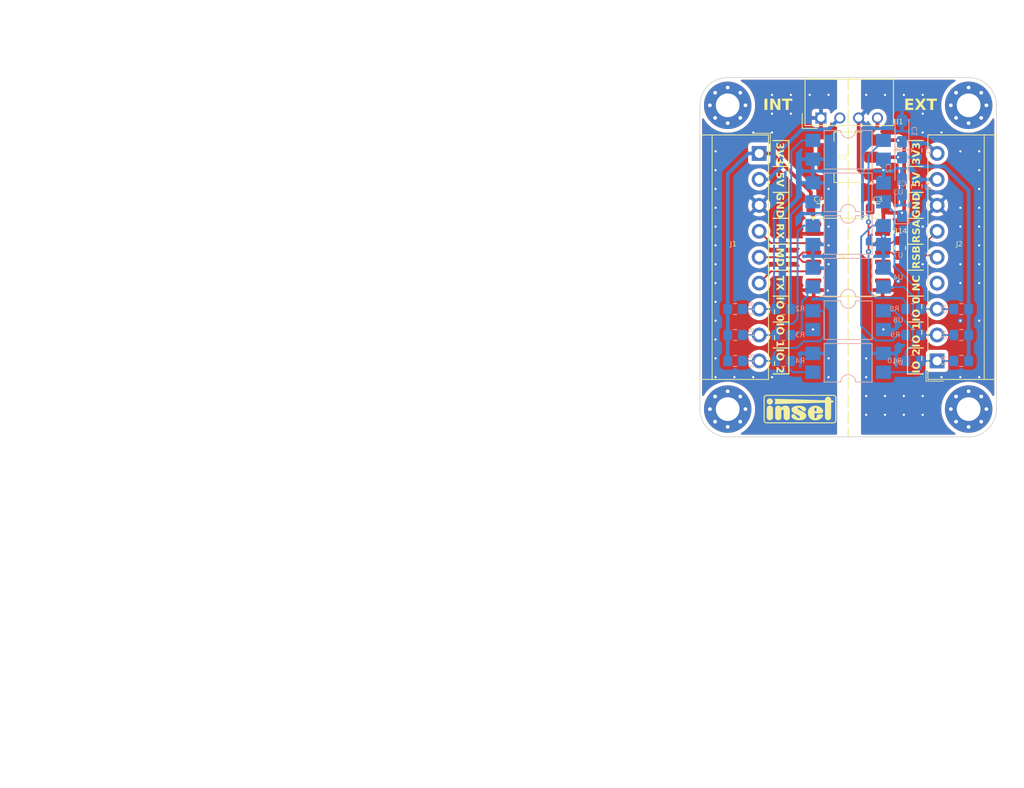
<source format=kicad_pcb>
(kicad_pcb (version 20240108) (generator "pcbnew") (generator_version "8.0")
  (title_block (title "IoTGW Galvanic Isolation") (date "2025-01-24") (rev "v2.0.0") (company "INSET.CZ") (comment 1 "Made in Czech Republic, Prague") (comment 2 "CONTACT: Savva Popov, savva.popov.sp@gmail.com, +420 605 570 366") (comment 3 "Made by bismarx-v1"))
  (layers (0 "F.Cu" signal) (1 "In1.Cu" power) (2 "In2.Cu" power) (31 "B.Cu" signal) (34 "B.Paste" user) (35 "F.Paste" user) (36 "B.SilkS" user "B.Silkscreen") (37 "F.SilkS" user "F.Silkscreen") (38 "B.Mask" user) (39 "F.Mask" user) (44 "Edge.Cuts" user))
  (net 0 "")
  (net 1 "GND")
  (net 2 "+5V")
  (net 3 "+5V_OUT")
  (net 4 "GPIO_EXT_0")
  (net 5 "5V_CONN")
  (net 42 "GPIO_EXT_1")
  (net 43 "GPIO_EXT_2")
  (net 44 "GPIO_OPTO_0")
  (net 45 "Net-(R4-Pad1)")
  (net 46 "GPIO_OPTO_1")
  (net 47 "Net-(R9-Pad1)")
  (net 48 "+3.3V_OUT")
  (net 49 "GPIO_OPTO_2")
  (net 50 "/RS-485_Z")
  (net 51 "GPIO_D")
  (net 52 "GPIO_R")
  (net 53 "/RS-485_Y")
  (net 54 "Net-(R3-Pad1)")
  (net 55 "Net-(R2-Pad1)")
  (net 56 "Net-(R10-Pad1)")
  (net 57 "Net-(R8-Pad1)")
  (net 59 "RS-485_-")
  (net 60 "RS-485_+")
  (net 61 "GND_OUT")
  (net 62 "GPIO_COMM")
  (net 63 "+3.3V")
  (net 64 "3.3V_CONN")
  (footprint "Package_TO_SOT_SMD:SOT-223-3_TabPin2" (layer "F.Cu") (at 145 100.75 180)
    (property "Reference" "U2" (at 0.75 0 180) (layer "F.SilkS") (effects (font (size 0.7 0.7) (thickness 0.7))))
    (property "Value" "NCP1117-3.3")
    (pad "1" smd roundrect (at -3.15 -2.3 180) (size 2 1.5) (layers "F.Cu" "F.Paste" "F.Mask") (net 61 "GND_OUT"))
    (pad "2" smd roundrect (at -3.15 0 180) (size 2 1.5) (layers "F.Cu" "F.Paste" "F.Mask") (net 48 "+3.3V_OUT"))
    (pad "2" smd roundrect (at 3.15 0 180) (size 2 3.8) (layers "F.Cu" "F.Paste" "F.Mask") (net 48 "+3.3V_OUT"))
    (pad "3" smd roundrect (at -3.15 2.3 180) (size 2 1.5) (layers "F.Cu" "F.Paste" "F.Mask") (net 3 "+5V_OUT"))
  )
  (footprint "IoTGW:INSET_LOGO" (layer "F.Cu") (at 138.5 134.75)
    (property "Reference" "TP1" (hide yes))
    (property "Value" "LOGO" (hide yes))
  )
  (footprint "MountingHole:MountingHole_3.2mm_M3_Pad_Via" (layer "F.Cu") (at 161.25 134.75)
    (property "Reference" "H4" (hide yes))
    (property "Value" "M3")
    (pad "1" thru_hole circle (at -2.4 0) (size 0.8 0.8) (drill 0.5) (layers "*.Cu" "*.Mask"))
    (pad "1" thru_hole circle (at -1.697056 -1.697056) (size 0.8 0.8) (drill 0.5) (layers "*.Cu" "*.Mask"))
    (pad "1" thru_hole circle (at -1.697056 1.697056) (size 0.8 0.8) (drill 0.5) (layers "*.Cu" "*.Mask"))
    (pad "1" thru_hole circle (at 0 -2.4) (size 0.8 0.8) (drill 0.5) (layers "*.Cu" "*.Mask"))
    (pad "1" thru_hole circle (at 0 0) (size 6.4 6.4) (drill 3.2) (layers "*.Cu" "*.Mask"))
    (pad "1" thru_hole circle (at 0 2.4) (size 0.8 0.8) (drill 0.5) (layers "*.Cu" "*.Mask"))
    (pad "1" thru_hole circle (at 1.697056 -1.697056) (size 0.8 0.8) (drill 0.5) (layers "*.Cu" "*.Mask"))
    (pad "1" thru_hole circle (at 1.697056 1.697056) (size 0.8 0.8) (drill 0.5) (layers "*.Cu" "*.Mask"))
    (pad "1" thru_hole circle (at 2.4 0) (size 0.8 0.8) (drill 0.5) (layers "*.Cu" "*.Mask"))
  )
  (footprint "MountingHole:MountingHole_3.2mm_M3_Pad_Via" (layer "F.Cu") (at 128.75 134.75)
    (property "Reference" "H2" (hide yes))
    (property "Value" "M3")
    (pad "1" thru_hole circle (at -2.4 0) (size 0.8 0.8) (drill 0.5) (layers "*.Cu" "*.Mask"))
    (pad "1" thru_hole circle (at -1.697056 -1.697056) (size 0.8 0.8) (drill 0.5) (layers "*.Cu" "*.Mask"))
    (pad "1" thru_hole circle (at -1.697056 1.697056) (size 0.8 0.8) (drill 0.5) (layers "*.Cu" "*.Mask"))
    (pad "1" thru_hole circle (at 0 -2.4) (size 0.8 0.8) (drill 0.5) (layers "*.Cu" "*.Mask"))
    (pad "1" thru_hole circle (at 0 0) (size 6.4 6.4) (drill 3.2) (layers "*.Cu" "*.Mask"))
    (pad "1" thru_hole circle (at 0 2.4) (size 0.8 0.8) (drill 0.5) (layers "*.Cu" "*.Mask"))
    (pad "1" thru_hole circle (at 1.697056 -1.697056) (size 0.8 0.8) (drill 0.5) (layers "*.Cu" "*.Mask"))
    (pad "1" thru_hole circle (at 1.697056 1.697056) (size 0.8 0.8) (drill 0.5) (layers "*.Cu" "*.Mask"))
    (pad "1" thru_hole circle (at 2.4 0) (size 0.8 0.8) (drill 0.5) (layers "*.Cu" "*.Mask"))
  )
  (footprint "Converter_DCDC:Converter_DCDC_TRACO_TEA1-xxxx_THT" (layer "F.Cu") (at 141.3325 95.4575 90)
    (property "Reference" "U1" (at -0.5425 10.4175 0) (layer "F.SilkS") (effects (font (size 0.7 0.7) (thickness 0.7))))
    (property "Value" "TEA1-0505")
    (pad "1" thru_hole rect (at 0 0 90) (size 1.5 1.5) (drill 1) (layers "*.Cu" "*.Mask") (net 1 "GND"))
    (pad "2" thru_hole circle (at 0 2.54 90) (size 1.5 1.5) (drill 1) (layers "*.Cu" "*.Mask") (net 2 "+5V"))
    (pad "3" thru_hole circle (at 0 5.08 90) (size 1.5 1.5) (drill 1) (layers "*.Cu" "*.Mask") (net 61 "GND_OUT"))
    (pad "4" thru_hole circle (at 0 7.62 90) (size 1.5 1.5) (drill 1) (layers "*.Cu" "*.Mask") (net 3 "+5V_OUT"))
  )
  (footprint "MountingHole:MountingHole_3.2mm_M3_Pad_Via" (layer "F.Cu") (at 161.25 93.75)
    (property "Reference" "H3" (hide yes))
    (property "Value" "M3")
    (pad "1" thru_hole circle (at -2.4 0) (size 0.8 0.8) (drill 0.5) (layers "*.Cu" "*.Mask"))
    (pad "1" thru_hole circle (at -1.697056 -1.697056) (size 0.8 0.8) (drill 0.5) (layers "*.Cu" "*.Mask"))
    (pad "1" thru_hole circle (at -1.697056 1.697056) (size 0.8 0.8) (drill 0.5) (layers "*.Cu" "*.Mask"))
    (pad "1" thru_hole circle (at 0 -2.4) (size 0.8 0.8) (drill 0.5) (layers "*.Cu" "*.Mask"))
    (pad "1" thru_hole circle (at 0 0) (size 6.4 6.4) (drill 3.2) (layers "*.Cu" "*.Mask"))
    (pad "1" thru_hole circle (at 0 2.4) (size 0.8 0.8) (drill 0.5) (layers "*.Cu" "*.Mask"))
    (pad "1" thru_hole circle (at 1.697056 -1.697056) (size 0.8 0.8) (drill 0.5) (layers "*.Cu" "*.Mask"))
    (pad "1" thru_hole circle (at 1.697056 1.697056) (size 0.8 0.8) (drill 0.5) (layers "*.Cu" "*.Mask"))
    (pad "1" thru_hole circle (at 2.4 0) (size 0.8 0.8) (drill 0.5) (layers "*.Cu" "*.Mask"))
  )
  (footprint "Package_SO:SOIC-16W_7.5x10.3mm_P1.27mm" (layer "F.Cu") (at 145 114.25)
    (property "Reference" "U9" (at -1 0 0) (layer "F.SilkS") (effects (font (size 0.7 0.7) (thickness 0.7))))
    (property "Value" "ISO1452BDWR")
    (pad "1" smd roundrect (at -4.65 -4.445) (size 2.05 0.6) (layers "F.Cu" "F.Paste" "F.Mask") (net 63 "+3.3V"))
    (pad "2" smd roundrect (at -4.65 -3.175) (size 2.05 0.6) (layers "F.Cu" "F.Paste" "F.Mask") (net 1 "GND"))
    (pad "3" smd roundrect (at -4.65 -1.905) (size 2.05 0.6) (layers "F.Cu" "F.Paste" "F.Mask") (net 52 "GPIO_R"))
    (pad "4" smd roundrect (at -4.65 -0.635) (size 2.05 0.6) (layers "F.Cu" "F.Paste" "F.Mask") (net 62 "GPIO_COMM"))
    (pad "5" smd roundrect (at -4.65 0.635) (size 2.05 0.6) (layers "F.Cu" "F.Paste" "F.Mask") (net 62 "GPIO_COMM"))
    (pad "6" smd roundrect (at -4.65 1.905) (size 2.05 0.6) (layers "F.Cu" "F.Paste" "F.Mask") (net 51 "GPIO_D"))
    (pad "7" smd roundrect (at -4.65 3.175) (size 2.05 0.6) (layers "F.Cu" "F.Paste" "F.Mask"))
    (pad "8" smd roundrect (at -4.65 4.445) (size 2.05 0.6) (layers "F.Cu" "F.Paste" "F.Mask") (net 1 "GND"))
    (pad "9" smd roundrect (at 4.65 4.445) (size 2.05 0.6) (layers "F.Cu" "F.Paste" "F.Mask") (net 61 "GND_OUT"))
    (pad "10" smd roundrect (at 4.65 3.175) (size 2.05 0.6) (layers "F.Cu" "F.Paste" "F.Mask"))
    (pad "11" smd roundrect (at 4.65 1.905) (size 2.05 0.6) (layers "F.Cu" "F.Paste" "F.Mask") (net 53 "/RS-485_Y"))
    (pad "12" smd roundrect (at 4.65 0.635) (size 2.05 0.6) (layers "F.Cu" "F.Paste" "F.Mask") (net 50 "/RS-485_Z"))
    (pad "13" smd roundrect (at 4.65 -0.635) (size 2.05 0.6) (layers "F.Cu" "F.Paste" "F.Mask") (net 59 "RS-485_-"))
    (pad "14" smd roundrect (at 4.65 -1.905) (size 2.05 0.6) (layers "F.Cu" "F.Paste" "F.Mask") (net 60 "RS-485_+"))
    (pad "15" smd roundrect (at 4.65 -3.175) (size 2.05 0.6) (layers "F.Cu" "F.Paste" "F.Mask") (net 61 "GND_OUT"))
    (pad "16" smd roundrect (at 4.65 -4.445) (size 2.05 0.6) (layers "F.Cu" "F.Paste" "F.Mask") (net 3 "+5V_OUT"))
  )
  (footprint "MountingHole:MountingHole_3.2mm_M3_Pad_Via" (layer "F.Cu") (at 128.75 93.75)
    (property "Reference" "H1" (hide yes))
    (property "Value" "M3")
    (pad "1" thru_hole circle (at -2.4 0) (size 0.8 0.8) (drill 0.5) (layers "*.Cu" "*.Mask"))
    (pad "1" thru_hole circle (at -1.697056 -1.697056) (size 0.8 0.8) (drill 0.5) (layers "*.Cu" "*.Mask"))
    (pad "1" thru_hole circle (at -1.697056 1.697056) (size 0.8 0.8) (drill 0.5) (layers "*.Cu" "*.Mask"))
    (pad "1" thru_hole circle (at 0 -2.4) (size 0.8 0.8) (drill 0.5) (layers "*.Cu" "*.Mask"))
    (pad "1" thru_hole circle (at 0 0) (size 6.4 6.4) (drill 3.2) (layers "*.Cu" "*.Mask"))
    (pad "1" thru_hole circle (at 0 2.4) (size 0.8 0.8) (drill 0.5) (layers "*.Cu" "*.Mask"))
    (pad "1" thru_hole circle (at 1.697056 -1.697056) (size 0.8 0.8) (drill 0.5) (layers "*.Cu" "*.Mask"))
    (pad "1" thru_hole circle (at 1.697056 1.697056) (size 0.8 0.8) (drill 0.5) (layers "*.Cu" "*.Mask"))
    (pad "1" thru_hole circle (at 2.4 0) (size 0.8 0.8) (drill 0.5) (layers "*.Cu" "*.Mask"))
  )
  (footprint "Resistor_SMD:R_0805_2012Metric_Pad1.20x1.40mm_HandSolder" (layer "F.Cu") (at 152 113 90)
    (property "Reference" "R14" (at 2.25 0 0) (layer "F.SilkS") (effects (font (size 0.7 0.7) (thickness 0.7))))
    (property "Value" "120R")
    (pad "1" smd roundrect (at -1 0 90) (size 1.2 1.4) (layers "F.Cu" "F.Paste" "F.Mask") (roundrect_rratio 0.208333) (net 59 "RS-485_-"))
    (pad "2" smd roundrect (at 1 0 90) (size 1.2 1.4) (layers "F.Cu" "F.Paste" "F.Mask") (roundrect_rratio 0.208333) (net 60 "RS-485_+"))
  )
  (footprint "IoTGW:Molex_9pin_3.50" (layer "F.Cu") (at 125.15 97.77 -90)
    (property "Reference" "J1" (at 14.73 -4.35 0) (layer "F.SilkS") (effects (font (size 0.7 0.7) (thickness 0.7))))
    (property "Value" "39502-1009")
    (pad "1" thru_hole rect (at 2.48 -7.85 270) (size 2 2) (drill 1.2) (layers "*.Cu" "*.Mask") (net 63 "+3.3V"))
    (pad "2" thru_hole circle (at 5.98 -7.85 270) (size 2 2) (drill 1.2) (layers "*.Cu" "*.Mask") (net 2 "+5V"))
    (pad "3" thru_hole circle (at 9.48 -7.85 270) (size 2 2) (drill 1.2) (layers "*.Cu" "*.Mask") (net 1 "GND"))
    (pad "4" thru_hole circle (at 12.98 -7.85 270) (size 2 2) (drill 1.2) (layers "*.Cu" "*.Mask") (net 52 "GPIO_R"))
    (pad "5" thru_hole circle (at 16.48 -7.85 270) (size 2 2) (drill 1.2) (layers "*.Cu" "*.Mask") (net 62 "GPIO_COMM"))
    (pad "6" thru_hole circle (at 19.98 -7.85) (size 2 2) (drill 1.2) (layers "*.Cu" "*.Mask") (net 51 "GPIO_D"))
    (pad "7" thru_hole circle (at 23.48 -7.85 270) (size 2 2) (drill 1.2) (layers "*.Cu" "*.Mask") (net 44 "GPIO_OPTO_0"))
    (pad "8" thru_hole circle (at 26.98 -7.85 270) (size 2 2) (drill 1.2) (layers "*.Cu" "*.Mask") (net 46 "GPIO_OPTO_1"))
    (pad "9" thru_hole circle (at 30.48 -7.85 270) (size 2 2) (drill 1.2) (layers "*.Cu" "*.Mask") (net 49 "GPIO_OPTO_2"))
  )
  (footprint "Capacitor_SMD:C_0805_2012Metric_Pad1.18x1.45mm_HandSolder" (layer "F.Cu") (at 141 107.75)
    (property "Reference" "C4" (at 0 -1.25 180) (layer "F.SilkS") (effects (font (size 0.7 0.7) (thickness 0.7))))
    (property "Value" "100nF")
    (pad "1" smd roundrect (at -1.0375 0) (size 1.175 1.45) (layers "F.Cu" "F.Paste" "F.Mask") (roundrect_rratio 0.212766) (net 63 "+3.3V"))
    (pad "2" smd roundrect (at 1.0375 0) (size 1.175 1.45) (layers "F.Cu" "F.Paste" "F.Mask") (roundrect_rratio 0.212766) (net 1 "GND"))
  )
  (footprint "Capacitor_SMD:C_0805_2012Metric_Pad1.18x1.45mm_HandSolder" (layer "F.Cu") (at 149 107.75 180)
    (property "Reference" "C3" (at 0 1.25 180) (layer "F.SilkS") (effects (font (size 0.7 0.7) (thickness 0.7))))
    (property "Value" "100nF")
    (pad "1" smd roundrect (at -1.0375 0 180) (size 1.175 1.45) (layers "F.Cu" "F.Paste" "F.Mask") (roundrect_rratio 0.212766) (net 3 "+5V_OUT"))
    (pad "2" smd roundrect (at 1.0375 0 180) (size 1.175 1.45) (layers "F.Cu" "F.Paste" "F.Mask") (roundrect_rratio 0.212766) (net 61 "GND_OUT"))
  )
  (footprint "IoTGW:Molex_9pin_3.50" (layer "F.Cu") (at 164.85 130.73 90)
    (property "Reference" "J2" (at 18.23 -4.85 180) (layer "F.SilkS") (effects (font (size 0.7 0.7) (thickness 0.7))))
    (property "Value" "39502-1009")
    (pad "1" thru_hole rect (at 2.48 -7.85 90) (size 2 2) (drill 1.2) (layers "*.Cu" "*.Mask") (net 43 "GPIO_EXT_2"))
    (pad "2" thru_hole circle (at 5.98 -7.85 90) (size 2 2) (drill 1.2) (layers "*.Cu" "*.Mask") (net 42 "GPIO_EXT_1"))
    (pad "3" thru_hole circle (at 9.48 -7.85 90) (size 2 2) (drill 1.2) (layers "*.Cu" "*.Mask") (net 4 "GPIO_EXT_0"))
    (pad "4" thru_hole circle (at 12.98 -7.85 90) (size 2 2) (drill 1.2) (layers "*.Cu" "*.Mask"))
    (pad "5" thru_hole circle (at 16.48 -7.85 90) (size 2 2) (drill 1.2) (layers "*.Cu" "*.Mask") (net 59 "RS-485_-"))
    (pad "6" thru_hole circle (at 19.98 -7.85 180) (size 2 2) (drill 1.2) (layers "*.Cu" "*.Mask") (net 60 "RS-485_+"))
    (pad "7" thru_hole circle (at 23.48 -7.85 90) (size 2 2) (drill 1.2) (layers "*.Cu" "*.Mask") (net 61 "GND_OUT"))
    (pad "8" thru_hole circle (at 26.98 -7.85 90) (size 2 2) (drill 1.2) (layers "*.Cu" "*.Mask") (net 5 "5V_CONN"))
    (pad "9" thru_hole circle (at 30.48 -7.85 90) (size 2 2) (drill 1.2) (layers "*.Cu" "*.Mask") (net 64 "3.3V_CONN"))
  )
  (footprint "Resistor_SMD:R_0805_2012Metric_Pad1.20x1.40mm_HandSolder" (layer "B.Cu") (at 136.25 128.25 180)
    (property "Reference" "R4" (at -2.25 0 0) (layer "B.SilkS") (effects (font (size 0.7 0.7) (thickness 0.7)) (justify mirror)))
    (property "Value" "200R")
    (pad "1" smd roundrect (at -1 0 180) (size 1.2 1.4) (layers "B.Cu" "B.Paste" "B.Mask") (roundrect_rratio 0.208333) (net 45 "Net-(R4-Pad1)"))
    (pad "2" smd roundrect (at 1 0 180) (size 1.2 1.4) (layers "B.Cu" "B.Paste" "B.Mask") (roundrect_rratio 0.208333) (net 49 "GPIO_OPTO_2"))
  )
  (footprint "Package_DIP:SMDIP-4_W9.53mm" (layer "B.Cu") (at 145 99.75 180)
    (property "Reference" "U6" (at -6.75 0 0) (layer "B.SilkS") (effects (font (size 0.7 0.7) (thickness 0.7)) (justify mirror)))
    (property "Value" "LTV-817S")
    (pad "1" smd rect (at -4.765 1.27 180) (size 2 1.78) (layers "B.Cu" "B.Paste" "B.Mask") (net 57 "Net-(R8-Pad1)"))
    (pad "2" smd rect (at -4.765 -1.27 180) (size 2 1.78) (layers "B.Cu" "B.Paste" "B.Mask") (net 61 "GND_OUT"))
    (pad "3" smd rect (at 4.765 -1.27 180) (size 2 1.78) (layers "B.Cu" "B.Paste" "B.Mask") (net 1 "GND"))
    (pad "4" smd rect (at 4.765 1.27 180) (size 2 1.78) (layers "B.Cu" "B.Paste" "B.Mask") (net 44 "GPIO_OPTO_0"))
  )
  (footprint "Resistor_SMD:R_0805_2012Metric_Pad1.20x1.40mm_HandSolder" (layer "B.Cu") (at 153.75 121.25)
    (property "Reference" "R8" (at -2.5 0 0) (layer "B.SilkS") (effects (font (size 0.7 0.7) (thickness 0.7)) (justify mirror)))
    (property "Value" "200R")
    (pad "1" smd roundrect (at -1 0) (size 1.2 1.4) (layers "B.Cu" "B.Paste" "B.Mask") (roundrect_rratio 0.208333) (net 57 "Net-(R8-Pad1)"))
    (pad "2" smd roundrect (at 1 0) (size 1.2 1.4) (layers "B.Cu" "B.Paste" "B.Mask") (roundrect_rratio 0.208333) (net 4 "GPIO_EXT_0"))
  )
  (footprint "Capacitor_Tantalum_SMD:CP_EIA-3216-18_Kemet-A_Pad1.58x1.35mm_HandSolder" (layer "B.Cu") (at 152.25 102.25 -90)
    (property "Reference" "C2" (at 0 1.75 90) (layer "B.SilkS") (effects (font (size 0.7 0.7) (thickness 0.7)) (justify mirror)))
    (property "Value" "10uF")
    (pad "1" smd roundrect (at -1.4375 0 270) (size 1.575 1.35) (layers "B.Cu" "B.Paste" "B.Mask") (roundrect_rratio 0.185185) (net 48 "+3.3V_OUT"))
    (pad "2" smd roundrect (at 1.4375 0 270) (size 1.575 1.35) (layers "B.Cu" "B.Paste" "B.Mask") (roundrect_rratio 0.185185) (net 61 "GND_OUT"))
  )
  (footprint "Resistor_SMD:R_0805_2012Metric_Pad1.20x1.40mm_HandSolder" (layer "B.Cu") (at 129.75 128.25 180)
    (property "Reference" "R13" (at -2.25 0 90) (layer "B.SilkS") (effects (font (size 0.7 0.7) (thickness 0.7)) (justify mirror)))
    (property "Value" "10k")
    (pad "1" smd roundrect (at -1 0 180) (size 1.2 1.4) (layers "B.Cu" "B.Paste" "B.Mask") (roundrect_rratio 0.208333) (net 49 "GPIO_OPTO_2"))
    (pad "2" smd roundrect (at 1 0 180) (size 1.2 1.4) (layers "B.Cu" "B.Paste" "B.Mask") (roundrect_rratio 0.208333) (net 63 "+3.3V"))
  )
  (footprint "Package_DIP:SMDIP-4_W9.53mm" (layer "B.Cu") (at 145 128.5)
    (property "Reference" "U5" (at 6.75 0 0) (layer "B.SilkS") (effects (font (size 0.7 0.7) (thickness 0.7)) (justify mirror)))
    (property "Value" "LTV-817S")
    (pad "1" smd rect (at -4.765 1.27) (size 2 1.78) (layers "B.Cu" "B.Paste" "B.Mask") (net 45 "Net-(R4-Pad1)"))
    (pad "2" smd rect (at -4.765 -1.27) (size 2 1.78) (layers "B.Cu" "B.Paste" "B.Mask") (net 1 "GND"))
    (pad "3" smd rect (at 4.765 -1.27) (size 2 1.78) (layers "B.Cu" "B.Paste" "B.Mask") (net 61 "GND_OUT"))
    (pad "4" smd rect (at 4.765 1.27) (size 2 1.78) (layers "B.Cu" "B.Paste" "B.Mask") (net 43 "GPIO_EXT_2"))
  )
  (footprint "Package_DIP:SMDIP-4_W9.53mm" (layer "B.Cu") (at 145 105.5)
    (property "Reference" "U3" (at 6.75 0 180) (layer "B.SilkS") (effects (font (size 0.7 0.7) (thickness 0.7)) (justify mirror)))
    (property "Value" "LTV-817S")
    (pad "1" smd rect (at -4.765 1.27) (size 2 1.78) (layers "B.Cu" "B.Paste" "B.Mask") (net 55 "Net-(R2-Pad1)"))
    (pad "2" smd rect (at -4.765 -1.27) (size 2 1.78) (layers "B.Cu" "B.Paste" "B.Mask") (net 1 "GND"))
    (pad "3" smd rect (at 4.765 -1.27) (size 2 1.78) (layers "B.Cu" "B.Paste" "B.Mask") (net 61 "GND_OUT"))
    (pad "4" smd rect (at 4.765 1.27) (size 2 1.78) (layers "B.Cu" "B.Paste" "B.Mask") (net 4 "GPIO_EXT_0"))
  )
  (footprint "Capacitor_Tantalum_SMD:CP_EIA-3216-18_Kemet-A_Pad1.58x1.35mm_HandSolder" (layer "B.Cu") (at 152.25 107.25 90)
    (property "Reference" "C5" (at 2.9 -0.05 0) (layer "B.SilkS") (effects (font (size 0.7 0.7) (thickness 0.7)) (justify mirror)))
    (property "Value" "10uF")
    (pad "1" smd roundrect (at -1.4375 0 90) (size 1.575 1.35) (layers "B.Cu" "B.Paste" "B.Mask") (roundrect_rratio 0.185185) (net 3 "+5V_OUT"))
    (pad "2" smd roundrect (at 1.4375 0 90) (size 1.575 1.35) (layers "B.Cu" "B.Paste" "B.Mask") (roundrect_rratio 0.185185) (net 61 "GND_OUT"))
  )
  (footprint "Resistor_SMD:R_0805_2012Metric_Pad1.20x1.40mm_HandSolder" (layer "B.Cu") (at 160.25 124.75)
    (property "Reference" "R6" (at -2.25 0 90) (layer "B.SilkS") (effects (font (size 0.7 0.7) (thickness 0.7)) (justify mirror)))
    (property "Value" "10k")
    (pad "1" smd roundrect (at -1 0) (size 1.2 1.4) (layers "B.Cu" "B.Paste" "B.Mask") (roundrect_rratio 0.208333) (net 42 "GPIO_EXT_1"))
    (pad "2" smd roundrect (at 1 0) (size 1.2 1.4) (layers "B.Cu" "B.Paste" "B.Mask") (roundrect_rratio 0.208333) (net 48 "+3.3V_OUT"))
  )
  (footprint "Fuse:Fuse_0805_2012Metric" (layer "B.Cu") (at 154.25 104.6875 90)
    (property "Reference" "F2" (at 0 1.65 90) (layer "B.SilkS") (effects (font (size 0.7 0.7) (thickness 0.7)) (justify mirror)))
    (property "Value" "Polyfuse")
    (pad "1" smd roundrect (at -0.9375 0 90) (size 0.975 1.4) (layers "B.Cu" "B.Paste" "B.Mask") (net 3 "+5V_OUT"))
    (pad "2" smd roundrect (at 0.9375 0 90) (size 0.975 1.4) (layers "B.Cu" "B.Paste" "B.Mask") (net 5 "5V_CONN"))
  )
  (footprint "Capacitor_Tantalum_SMD:CP_EIA-3216-18_Kemet-A_Pad1.58x1.35mm_HandSolder" (layer "B.Cu") (at 152.25 97.25 90)
    (property "Reference" "C1" (at 0 1.75 90) (layer "B.SilkS") (effects (font (size 0.7 0.7) (thickness 0.7)) (justify mirror)))
    (property "Value" "10uF")
    (pad "1" smd roundrect (at -1.4375 0 90) (size 1.575 1.35) (layers "B.Cu" "B.Paste" "B.Mask") (roundrect_rratio 0.185185) (net 3 "+5V_OUT"))
    (pad "2" smd roundrect (at 1.4375 0 90) (size 1.575 1.35) (layers "B.Cu" "B.Paste" "B.Mask") (roundrect_rratio 0.185185) (net 61 "GND_OUT"))
  )
  (footprint "Resistor_SMD:R_0805_2012Metric_Pad1.20x1.40mm_HandSolder" (layer "B.Cu") (at 136.25 124.75 180)
    (property "Reference" "R3" (at -2.25 0 0) (layer "B.SilkS") (effects (font (size 0.7 0.7) (thickness 0.7)) (justify mirror)))
    (property "Value" "200R")
    (pad "1" smd roundrect (at -1 0 180) (size 1.2 1.4) (layers "B.Cu" "B.Paste" "B.Mask") (roundrect_rratio 0.208333) (net 54 "Net-(R3-Pad1)"))
    (pad "2" smd roundrect (at 1 0 180) (size 1.2 1.4) (layers "B.Cu" "B.Paste" "B.Mask") (roundrect_rratio 0.208333) (net 46 "GPIO_OPTO_1"))
  )
  (footprint "Resistor_SMD:R_0805_2012Metric_Pad1.20x1.40mm_HandSolder" (layer "B.Cu") (at 153.75 128.25)
    (property "Reference" "R10" (at -2.5 0 0) (layer "B.SilkS") (effects (font (size 0.7 0.7) (thickness 0.7)) (justify mirror)))
    (property "Value" "200R")
    (pad "1" smd roundrect (at -1 0) (size 1.2 1.4) (layers "B.Cu" "B.Paste" "B.Mask") (roundrect_rratio 0.208333) (net 56 "Net-(R10-Pad1)"))
    (pad "2" smd roundrect (at 1 0) (size 1.2 1.4) (layers "B.Cu" "B.Paste" "B.Mask") (roundrect_rratio 0.208333) (net 43 "GPIO_EXT_2"))
  )
  (footprint "Resistor_SMD:R_0805_2012Metric_Pad1.20x1.40mm_HandSolder" (layer "B.Cu") (at 129.75 121.25 180)
    (property "Reference" "R11" (at -2.25 0 90) (layer "B.SilkS") (effects (font (size 0.7 0.7) (thickness 0.7)) (justify mirror)))
    (property "Value" "10k")
    (pad "1" smd roundrect (at -1 0 180) (size 1.2 1.4) (layers "B.Cu" "B.Paste" "B.Mask") (roundrect_rratio 0.208333) (net 44 "GPIO_OPTO_0"))
    (pad "2" smd roundrect (at 1 0 180) (size 1.2 1.4) (layers "B.Cu" "B.Paste" "B.Mask") (roundrect_rratio 0.208333) (net 63 "+3.3V"))
  )
  (footprint "Resistor_SMD:R_0805_2012Metric_Pad1.20x1.40mm_HandSolder" (layer "B.Cu") (at 160.25 128.25)
    (property "Reference" "R7" (at -2.25 0 90) (layer "B.SilkS") (effects (font (size 0.7 0.7) (thickness 0.7)) (justify mirror)))
    (property "Value" "10k")
    (pad "1" smd roundrect (at -1 0) (size 1.2 1.4) (layers "B.Cu" "B.Paste" "B.Mask") (roundrect_rratio 0.208333) (net 43 "GPIO_EXT_2"))
    (pad "2" smd roundrect (at 1 0) (size 1.2 1.4) (layers "B.Cu" "B.Paste" "B.Mask") (roundrect_rratio 0.208333) (net 48 "+3.3V_OUT"))
  )
  (footprint "Resistor_SMD:R_0805_2012Metric_Pad1.20x1.40mm_HandSolder" (layer "B.Cu") (at 136.25 121.25 180)
    (property "Reference" "R2" (at -2.25 0 0) (layer "B.SilkS") (effects (font (size 0.7 0.7) (thickness 0.7)) (justify mirror)))
    (property "Value" "200R")
    (pad "1" smd roundrect (at -1 0 180) (size 1.2 1.4) (layers "B.Cu" "B.Paste" "B.Mask") (roundrect_rratio 0.208333) (net 55 "Net-(R2-Pad1)"))
    (pad "2" smd roundrect (at 1 0 180) (size 1.2 1.4) (layers "B.Cu" "B.Paste" "B.Mask") (roundrect_rratio 0.208333) (net 44 "GPIO_OPTO_0"))
  )
  (footprint "Resistor_SMD:R_0805_2012Metric_Pad1.20x1.40mm_HandSolder" (layer "B.Cu") (at 153.75 124.75)
    (property "Reference" "R9" (at -2.4 0 0) (layer "B.SilkS") (effects (font (size 0.7 0.7) (thickness 0.7)) (justify mirror)))
    (property "Value" "200R")
    (pad "1" smd roundrect (at -1 0) (size 1.2 1.4) (layers "B.Cu" "B.Paste" "B.Mask") (roundrect_rratio 0.208333) (net 47 "Net-(R9-Pad1)"))
    (pad "2" smd roundrect (at 1 0) (size 1.2 1.4) (layers "B.Cu" "B.Paste" "B.Mask") (roundrect_rratio 0.208333) (net 42 "GPIO_EXT_1"))
  )
  (footprint "Package_DIP:SMDIP-4_W9.53mm" (layer "B.Cu") (at 145 117)
    (property "Reference" "U4" (at 6.75 0 0) (layer "B.SilkS") (effects (font (size 0.7 0.7) (thickness 0.7)) (justify mirror)))
    (property "Value" "LTV-817S")
    (pad "1" smd rect (at -4.765 1.27) (size 2 1.78) (layers "B.Cu" "B.Paste" "B.Mask") (net 54 "Net-(R3-Pad1)"))
    (pad "2" smd rect (at -4.765 -1.27) (size 2 1.78) (layers "B.Cu" "B.Paste" "B.Mask") (net 1 "GND"))
    (pad "3" smd rect (at 4.765 -1.27) (size 2 1.78) (layers "B.Cu" "B.Paste" "B.Mask") (net 61 "GND_OUT"))
    (pad "4" smd rect (at 4.765 1.27) (size 2 1.78) (layers "B.Cu" "B.Paste" "B.Mask") (net 42 "GPIO_EXT_1"))
  )
  (footprint "Package_DIP:SMDIP-4_W9.53mm" (layer "B.Cu") (at 145 111.25 180)
    (property "Reference" "U7" (at -6.75 -2.75 0) (layer "B.SilkS") (effects (font (size 0.7 0.7) (thickness 0.7)) (justify mirror)))
    (property "Value" "LTV-817S")
    (pad "1" smd rect (at -4.765 1.27 180) (size 2 1.78) (layers "B.Cu" "B.Paste" "B.Mask") (net 47 "Net-(R9-Pad1)"))
    (pad "2" smd rect (at -4.765 -1.27 180) (size 2 1.78) (layers "B.Cu" "B.Paste" "B.Mask") (net 61 "GND_OUT"))
    (pad "3" smd rect (at 4.765 -1.27 180) (size 2 1.78) (layers "B.Cu" "B.Paste" "B.Mask") (net 1 "GND"))
    (pad "4" smd rect (at 4.765 1.27 180) (size 2 1.78) (layers "B.Cu" "B.Paste" "B.Mask") (net 46 "GPIO_OPTO_1"))
  )
  (footprint "Package_DIP:SMDIP-4_W9.53mm" (layer "B.Cu") (at 145 122.75 180)
    (property "Reference" "U8" (at -6.75 0 0) (layer "B.SilkS") (effects (font (size 0.7 0.7) (thickness 0.7)) (justify mirror)))
    (property "Value" "LTV-817S")
    (pad "1" smd rect (at -4.765 1.27 180) (size 2 1.78) (layers "B.Cu" "B.Paste" "B.Mask") (net 56 "Net-(R10-Pad1)"))
    (pad "2" smd rect (at -4.765 -1.27 180) (size 2 1.78) (layers "B.Cu" "B.Paste" "B.Mask") (net 61 "GND_OUT"))
    (pad "3" smd rect (at 4.765 -1.27 180) (size 2 1.78) (layers "B.Cu" "B.Paste" "B.Mask") (net 1 "GND"))
    (pad "4" smd rect (at 4.765 1.27 180) (size 2 1.78) (layers "B.Cu" "B.Paste" "B.Mask") (net 49 "GPIO_OPTO_2"))
  )
  (footprint "Fuse:Fuse_0805_2012Metric" (layer "B.Cu") (at 154.25 99.8125 90)
    (property "Reference" "F1" (at 0 1.65 90) (layer "B.SilkS") (effects (font (size 0.7 0.7) (thickness 0.7)) (justify mirror)))
    (property "Value" "Polyfuse")
    (pad "1" smd roundrect (at -0.9375 0 90) (size 0.975 1.4) (layers "B.Cu" "B.Paste" "B.Mask") (net 48 "+3.3V_OUT"))
    (pad "2" smd roundrect (at 0.9375 0 90) (size 0.975 1.4) (layers "B.Cu" "B.Paste" "B.Mask") (net 64 "3.3V_CONN"))
  )
  (footprint "Resistor_SMD:R_0805_2012Metric_Pad1.20x1.40mm_HandSolder" (layer "B.Cu") (at 129.75 124.75 180)
    (property "Reference" "R12" (at -2.25 0 90) (layer "B.SilkS") (effects (font (size 0.7 0.7) (thickness 0.7)) (justify mirror)))
    (property "Value" "10k")
    (pad "1" smd roundrect (at -1 0 180) (size 1.2 1.4) (layers "B.Cu" "B.Paste" "B.Mask") (roundrect_rratio 0.208333) (net 46 "GPIO_OPTO_1"))
    (pad "2" smd roundrect (at 1 0 180) (size 1.2 1.4) (layers "B.Cu" "B.Paste" "B.Mask") (roundrect_rratio 0.208333) (net 63 "+3.3V"))
  )
  (footprint "Resistor_SMD:R_0805_2012Metric_Pad1.20x1.40mm_HandSolder" (layer "B.Cu") (at 160.25 121.25)
    (property "Reference" "R5" (at -2.25 0 90) (layer "B.SilkS") (effects (font (size 0.7 0.7) (thickness 0.7)) (justify mirror)))
    (property "Value" "10k")
    (pad "1" smd roundrect (at -1 0) (size 1.2 1.4) (layers "B.Cu" "B.Paste" "B.Mask") (roundrect_rratio 0.208333) (net 4 "GPIO_EXT_0"))
    (pad "2" smd roundrect (at 1 0) (size 1.2 1.4) (layers "B.Cu" "B.Paste" "B.Mask") (roundrect_rratio 0.208333) (net 48 "+3.3V_OUT"))
  )
  (gr_line (start 153 98.5) (end 155.125 98.5) (stroke (width 0.15)) (layer "F.SilkS"))
  (gr_line (start 137 123) (end 134.875 123) (stroke (width 0.15)) (layer "F.SilkS"))
  (gr_line (start 153 105.5) (end 155.125 105.5) (stroke (width 0.15)) (layer "F.SilkS"))
  (gr_line (start 137 98.5) (end 134.875 98.5) (stroke (width 0.15)) (layer "F.SilkS"))
  (gr_line (start 137 116) (end 134.875 116) (stroke (width 0.15)) (layer "F.SilkS"))
  (gr_line (start 137 130) (end 134.875 130) (stroke (width 0.15)) (layer "F.SilkS"))
  (gr_line (start 153 109) (end 155.125 109) (stroke (width 0.15)) (layer "F.SilkS"))
  (gr_line (start 153 130) (end 155.125 130) (stroke (width 0.15)) (layer "F.SilkS"))
  (gr_line (start 137 126.5) (end 134.875 126.5) (stroke (width 0.15)) (layer "F.SilkS"))
  (gr_line (start 153 119.5) (end 155.125 119.5) (stroke (width 0.15)) (layer "F.SilkS"))
  (gr_line (start 153 98.5) (end 153 130) (stroke (width 0.15)) (layer "F.SilkS"))
  (gr_line (start 153 112.5) (end 155.125 112.5) (stroke (width 0.15)) (layer "F.SilkS"))
  (gr_line (start 137 105.5) (end 134.875 105.5) (stroke (width 0.15)) (layer "F.SilkS"))
  (gr_line (start 137 109) (end 134.875 109) (stroke (width 0.15)) (layer "F.SilkS"))
  (gr_line (start 153 116) (end 155.125 116) (stroke (width 0.15)) (layer "F.SilkS"))
  (gr_line (start 137 102) (end 134.875 102) (stroke (width 0.15)) (layer "F.SilkS"))
  (gr_line (start 137 112.5) (end 134.875 112.5) (stroke (width 0.15)) (layer "F.SilkS"))
  (gr_line (start 153 102) (end 155.125 102) (stroke (width 0.15)) (layer "F.SilkS"))
  (gr_line (start 145 90) (end 145 138.5) (stroke (width 0.15) (type dash)) (layer "F.SilkS"))
  (gr_line (start 137 130) (end 137 98.5) (stroke (width 0.15)) (layer "F.SilkS"))
  (gr_line (start 153 123) (end 155.125 123) (stroke (width 0.15)) (layer "F.SilkS"))
  (gr_line (start 137 119.5) (end 134.875 119.5) (stroke (width 0.15)) (layer "F.SilkS"))
  (gr_line (start 153 126.5) (end 155.125 126.5) (stroke (width 0.15)) (layer "F.SilkS"))
  (gr_arc (start 161.25 90) (mid 163.90165 91.09835) (end 165 93.75) (stroke (width 0.1)) (layer "Edge.Cuts"))
  (gr_line (start 128.75 138.5) (end 161.25 138.5) (stroke (width 0.1)) (layer "Edge.Cuts"))
  (gr_line (start 125 134.75) (end 125 93.75) (stroke (width 0.1)) (layer "Edge.Cuts"))
  (gr_line (start 165 93.75) (end 165 134.75) (stroke (width 0.1)) (layer "Edge.Cuts"))
  (gr_line (start 128.75 90) (end 161.25 90) (stroke (width 0.1)) (layer "Edge.Cuts"))
  (gr_arc (start 125 93.75) (mid 126.09835 91.09835) (end 128.75 90) (stroke (width 0.1)) (layer "Edge.Cuts"))
  (gr_arc (start 165 134.75) (mid 163.90165 137.40165) (end 161.25 138.5) (stroke (width 0.1)) (layer "Edge.Cuts"))
  (gr_arc (start 128.75 138.5) (mid 126.09835 137.40165) (end 125 134.75) (stroke (width 0.1)) (layer "Edge.Cuts"))
  (gr_text "IO_0" (at 154.25 121.25 90) (layer "F.SilkS") (effects (font (size 1 1) (thickness 0.25) (bold yes))))
  (gr_text "RX" (at 135.75 110.75 270) (layer "F.SilkS") (effects (font (size 1 1) (thickness 0.25) (bold yes))))
  (gr_text "IO_1" (at 135.75 124.75 270) (layer "F.SilkS") (effects (font (size 1 1) (thickness 0.25) (bold yes))))
  (gr_text "5V" (at 154.25 103.75 90) (layer "F.SilkS") (effects (font (size 1 1) (thickness 0.25) (bold yes))))
  (gr_text "5V" (at 135.75 103.75 270) (layer "F.SilkS") (effects (font (size 1 1) (thickness 0.25) (bold yes))))
  (gr_text "IO_1" (at 154.25 124.75 90) (layer "F.SilkS") (effects (font (size 1 1) (thickness 0.25) (bold yes))))
  (gr_text "MD" (at 135.75 114.25 270) (layer "F.SilkS") (effects (font (size 1 1) (thickness 0.25) (bold yes))))
  (gr_text "IO_2" (at 135.75 128.25 270) (layer "F.SilkS") (effects (font (size 1 1) (thickness 0.25) (bold yes))))
  (gr_text "3V3" (at 135.75 100.25 270) (layer "F.SilkS") (effects (font (size 1 1) (thickness 0.25) (bold yes))))
  (gr_text "3V3" (at 154.25 100.25 90) (layer "F.SilkS") (effects (font (size 1 1) (thickness 0.25) (bold yes))))
  (gr_text "RSA" (at 154.25 110.75 90) (layer "F.SilkS") (effects (font (size 1 1) (thickness 0.25) (bold yes))))
  (gr_text "IO_2" (at 154.25 128.25 90) (layer "F.SilkS") (effects (font (size 1 1) (thickness 0.25) (bold yes))))
  (gr_text "EXT" (at 154.75 93.75 0) (layer "F.SilkS") (effects (font (size 1.5 1.5) (thickness 0.2) (bold yes))))
  (gr_text "GND" (at 154.25 107.25 90) (layer "F.SilkS") (effects (font (size 1 1) (thickness 0.25) (bold yes))))
  (gr_text "RSB" (at 154.25 114.25 90) (layer "F.SilkS") (effects (font (size 1 1) (thickness 0.25) (bold yes))))
  (gr_text "NC" (at 154.25 117.75 90) (layer "F.SilkS") (effects (font (size 1 1) (thickness 0.25) (bold yes))))
  (gr_text "TX" (at 135.75 117.75 270) (layer "F.SilkS") (effects (font (size 1 1) (thickness 0.25) (bold yes))))
  (gr_text "INT" (at 135.5 93.75 0) (layer "F.SilkS") (effects (font (size 1.5 1.5) (thickness 0.2) (bold yes))))
  (gr_text "GND" (at 135.75 107.25 270) (layer "F.SilkS") (effects (font (size 1 1) (thickness 0.25) (bold yes))))
  (gr_text "IO_0" (at 135.75 121.25 270) (layer "F.SilkS") (effects (font (size 1 1) (thickness 0.25) (bold yes))))
  (segment (start 140.35 118.695) (end 140.35 118.945) (width 0.25) (layer "F.Cu") (net 1))
  (via (at 142.352857 92.338766) (size 0.7) (drill 0.3) (layers "F.Cu" "B.Cu") (net 1))
  (via (at 127.112857 110.118766) (size 0.7) (drill 0.3) (layers "F.Cu" "B.Cu") (net 1))
  (via (at 127.112857 112.658766) (size 0.7) (drill 0.3) (layers "F.Cu" "B.Cu") (net 1))
  (via (at 127.112857 130.438766) (size 0.7) (drill 0.3) (layers "F.Cu" "B.Cu") (net 1))
  (via (at 127.112857 105.038766) (size 0.7) (drill 0.3) (layers "F.Cu" "B.Cu") (net 1))
  (via (at 127.112857 115.198766) (size 0.7) (drill 0.3) (layers "F.Cu" "B.Cu") (net 1))
  (via (at 134.732857 94.878766) (size 0.7) (drill 0.3) (layers "F.Cu" "B.Cu") (net 1))
  (via (at 129.652857 130.438766) (size 0.7) (drill 0.3) (layers "F.Cu" "B.Cu") (net 1))
  (via (at 127.112857 99.958766) (size 0.7) (drill 0.3) (layers "F.Cu" "B.Cu") (net 1))
  (via (at 132.192857 97.418766) (size 0.7) (drill 0.3) (layers "F.Cu" "B.Cu") (net 1))
  (via (at 140.25 124) (size 0.7) (drill 0.3) (layers "F.Cu" "B.Cu") (net 1))
  (via (at 127.112857 127.898766) (size 0.7) (drill 0.3) (layers "F.Cu" "B.Cu") (net 1))
  (via (at 142.25 118.75) (size 0.7) (drill 0.3) (layers "F.Cu" "B.Cu") (net 1))
  (via (at 134.732857 97.418766) (size 0.7) (drill 0.3) (layers "F.Cu" "B.Cu") (net 1))
  (via (at 127.112857 117.738766) (size 0.7) (drill 0.3) (layers "F.Cu" "B.Cu") (net 1))
  (via (at 134.732857 130.438766) (size 0.7) (drill 0.3) (layers "F.Cu" "B.Cu") (net 1))
  (via (at 139.812857 92.338766) (size 0.7) (drill 0.3) (layers "F.Cu" "B.Cu") (net 1))
  (via (at 127.112857 120.278766) (size 0.7) (drill 0.3) (layers "F.Cu" "B.Cu") (net 1))
  (via (at 142.352857 115.198766) (size 0.7) (drill 0.3) (layers "F.Cu" "B.Cu") (net 1))
  (via (at 142.352857 110.118766) (size 0.7) (drill 0.3) (layers "F.Cu" "B.Cu") (net 1))
  (via (at 127.112857 125.358766) (size 0.7) (drill 0.3) (layers "F.Cu" "B.Cu") (net 1))
  (via (at 137.272857 92.338766) (size 0.7) (drill 0.3) (layers "F.Cu" "B.Cu") (net 1))
  (via (at 127.112857 102.498766) (size 0.7) (drill 0.3) (layers "F.Cu" "B.Cu") (net 1))
  (via (at 127.112857 122.818766) (size 0.7) (drill 0.3) (layers "F.Cu" "B.Cu") (net 1))
  (via (at 127.112857 107.578766) (size 0.7) (drill 0.3) (layers "F.Cu" "B.Cu") (net 1))
  (via (at 137.272857 94.878766) (size 0.7) (drill 0.3) (layers "F.Cu" "B.Cu") (net 1))
  (via (at 134.732857 92.338766) (size 0.7) (drill 0.3) (layers "F.Cu" "B.Cu") (net 1))
  (via (at 142.352857 127.898766) (size 0.7) (drill 0.3) (layers "F.Cu" "B.Cu") (net 1))
  (via (at 142.352857 105.038766) (size 0.7) (drill 0.3) (layers "F.Cu" "B.Cu") (net 1))
  (via (at 142.352857 130.438766) (size 0.7) (drill 0.3) (layers "F.Cu" "B.Cu") (net 1))
  (via (at 142.352857 112.658766) (size 0.7) (drill 0.3) (layers "F.Cu" "B.Cu") (net 1))
  (via (at 132.192857 130.438766) (size 0.7) (drill 0.3) (layers "F.Cu" "B.Cu") (net 1))
  (segment (start 140.235 124.02) (end 140.235 124.015) (width 0.25) (layer "B.Cu") (net 1))
  (segment (start 140.235 124.015) (end 140.25 124) (width 0.25) (layer "B.Cu") (net 1))
  (segment (start 136 102) (end 134.25 103.75) (width 0.5) (layer "B.Cu") (net 2))
  (segment (start 134.25 103.75) (end 133 103.75) (width 0.5) (layer "B.Cu") (net 2))
  (segment (start 142.33 97) (end 138.75 97) (width 0.5) (layer "B.Cu") (net 2))
  (segment (start 138.75 97) (end 136 99.75) (width 0.5) (layer "B.Cu") (net 2))
  (segment (start 136 99.75) (end 136 102) (width 0.5) (layer "B.Cu") (net 2))
  (segment (start 143.8725 95.4575) (end 142.33 97) (width 0.5) (layer "B.Cu") (net 2))
  (segment (start 150.0375 107.836) (end 150.4515 108.25) (width 0.5) (layer "F.Cu") (net 3))
  (segment (start 149.75 109.705) (end 149.65 109.805) (width 0.5) (layer "F.Cu") (net 3))
  (segment (start 148.15 98.45) (end 151.7 98.45) (width 0.5) (layer "F.Cu") (net 3))
  (segment (start 152.55 99.3) (end 152.55 107.95) (width 0.5) (layer "F.Cu") (net 3))
  (segment (start 148.9525 96.5475) (end 148.15 97.35) (width 0.5) (layer "F.Cu") (net 3))
  (segment (start 150.0375 107.836) (end 149.75 108.1235) (width 0.5) (layer "F.Cu") (net 3))
  (segment (start 149.75 108.1235) (end 149.75 109.705) (width 0.5) (layer "F.Cu") (net 3))
  (segment (start 151.75 98.5) (end 152.55 99.3) (width 0.5) (layer "F.Cu") (net 3))
  (segment (start 150.4515 108.25) (end 152.25 108.25) (width 0.5) (layer "F.Cu") (net 3))
  (segment (start 152.55 107.95) (end 152.25 108.25) (width 0.5) (layer "F.Cu") (net 3))
  (segment (start 148.9525 95.4575) (end 148.9525 96.5475) (width 0.5) (layer "F.Cu") (net 3))
  (segment (start 148.15 97.35) (end 148.15 98.45) (width 0.5) (layer "F.Cu") (net 3))
  (segment (start 151.7 98.45) (end 151.75 98.5) (width 0.5) (layer "F.Cu") (net 3))
  (via (at 151.75 98.5) (size 0.7) (drill 0.3) (layers "F.Cu" "B.Cu") (net 3))
  (via (at 152.25 108.25) (size 0.7) (drill 0.3) (layers "F.Cu" "B.Cu") (net 3))
  (segment (start 152.25 108.6875) (end 153.3125 108.6875) (width 0.5) (layer "B.Cu") (net 3))
  (segment (start 153.3125 108.6875) (end 154.25 107.75) (width 0.5) (layer "B.Cu") (net 3))
  (segment (start 154.25 107.75) (end 154.25 105.625) (width 0.5) (layer "B.Cu") (net 3))
  (segment (start 151.25 108.255) (end 149.765 106.77) (width 0.25) (layer "B.Cu") (net 4))
  (segment (start 151.25 115.5) (end 151.25 108.255) (width 0.25) (layer "B.Cu") (net 4))
  (segment (start 159.25 121.25) (end 154.75 121.25) (width 0.25) (layer "B.Cu") (net 4))
  (segment (start 154.5 121) (end 154.5 118.75) (width 0.25) (layer "B.Cu") (net 4))
  (segment (start 154.75 121.25) (end 154.5 121) (width 0.25) (layer "B.Cu") (net 4))
  (segment (start 154.5 118.75) (end 151.25 115.5) (width 0.25) (layer "B.Cu") (net 4))
  (segment (start 154.25 103.75) (end 157 103.75) (width 0.5) (layer "B.Cu") (net 5))
  (segment (start 154.75 123.25) (end 154.75 124.75) (width 0.25) (layer "B.Cu") (net 42))
  (segment (start 153.75 119.5) (end 153.75 122.25) (width 0.25) (layer "B.Cu") (net 42))
  (segment (start 153.75 122.25) (end 154.75 123.25) (width 0.25) (layer "B.Cu") (net 42))
  (segment (start 149.765 118.27) (end 152.52 118.27) (width 0.25) (layer "B.Cu") (net 42))
  (segment (start 159.25 124.75) (end 154.75 124.75) (width 0.25) (layer "B.Cu") (net 42))
  (segment (start 152.52 118.27) (end 153.75 119.5) (width 0.25) (layer "B.Cu") (net 42))
  (segment (start 154.23 129.77) (end 154.75 129.25) (width 0.25) (layer "B.Cu") (net 43))
  (segment (start 154.75 129.25) (end 154.75 128.25) (width 0.25) (layer "B.Cu") (net 43))
  (segment (start 149.765 129.77) (end 154.23 129.77) (width 0.25) (layer "B.Cu") (net 43))
  (segment (start 159.25 128.25) (end 154.75 128.25) (width 0.25) (layer "B.Cu") (net 43))
  (segment (start 135 108.25) (end 137.325 105.925) (width 0.25) (layer "B.Cu") (net 44))
  (segment (start 138.77 98.48) (end 140.235 98.48) (width 0.25) (layer "B.Cu") (net 44))
  (segment (start 133 121.25) (end 135 121.25) (width 0.25) (layer "B.Cu") (net 44))
  (segment (start 135 121.25) (end 135 108.25) (width 0.25) (layer "B.Cu") (net 44))
  (segment (start 137.325 105.925) (end 137.325 99.925) (width 0.25) (layer "B.Cu") (net 44))
  (segment (start 137.325 99.925) (end 138.77 98.48) (width 0.25) (layer "B.Cu") (net 44))
  (segment (start 133 121.25) (end 131 121.25) (width 0.25) (layer "B.Cu") (net 44))
  (segment (start 140.215 98.5) (end 140.235 98.48) (width 0.25) (layer "B.Cu") (net 44))
  (segment (start 137.52 129.77) (end 140.235 129.77) (width 0.25) (layer "B.Cu") (net 45))
  (segment (start 137 129.25) (end 137.52 129.77) (width 0.25) (layer "B.Cu") (net 45))
  (segment (start 137 128.5) (end 137 129.25) (width 0.25) (layer "B.Cu") (net 45))
  (segment (start 135 124.75) (end 133 124.75) (width 0.25) (layer "B.Cu") (net 46))
  (segment (start 135.75 123.25) (end 135.25 123.75) (width 0.25) (layer "B.Cu") (net 46))
  (segment (start 140.235 109.98) (end 139.02 109.98) (width 0.25) (layer "B.Cu") (net 46))
  (segment (start 131 124.75) (end 133 124.75) (width 0.25) (layer "B.Cu") (net 46))
  (segment (start 135.25 123.75) (end 135.25 124.75) (width 0.25) (layer "B.Cu") (net 46))
  (segment (start 139.02 109.98) (end 138.175 110.825) (width 0.25) (layer "B.Cu") (net 46))
  (segment (start 138.175 110.825) (end 138.175 122.575) (width 0.25) (layer "B.Cu") (net 46))
  (segment (start 138.175 122.575) (end 137.5 123.25) (width 0.25) (layer "B.Cu") (net 46))
  (segment (start 137.5 123.25) (end 135.75 123.25) (width 0.25) (layer "B.Cu") (net 46))
  (segment (start 146.75 123.5) (end 146.75 111.5) (width 0.25) (layer "B.Cu") (net 47))
  (segment (start 151.75 124.75) (end 151 125.5) (width 0.25) (layer "B.Cu") (net 47))
  (segment (start 146.75 111.5) (end 148.27 109.98) (width 0.25) (layer "B.Cu") (net 47))
  (segment (start 148.27 109.98) (end 149.765 109.98) (width 0.25) (layer "B.Cu") (net 47))
  (segment (start 148.75 125.5) (end 146.75 123.5) (width 0.25) (layer "B.Cu") (net 47))
  (segment (start 151 125.5) (end 148.75 125.5) (width 0.25) (layer "B.Cu") (net 47))
  (segment (start 152.75 124.75) (end 151.75 124.75) (width 0.25) (layer "B.Cu") (net 47))
  (segment (start 148.15 100.75) (end 151.75 100.75) (width 0.5) (layer "F.Cu") (net 48))
  (via (at 151.75 100.75) (size 0.7) (drill 0.3) (layers "F.Cu" "B.Cu") (net 48))
  (segment (start 154.25 101.5) (end 154.75 102) (width 0.5) (layer "B.Cu") (net 48))
  (segment (start 154.75 102) (end 158 102) (width 0.5) (layer "B.Cu") (net 48))
  (segment (start 151.75 100.75) (end 154.25 100.75) (width 0.5) (layer "B.Cu") (net 48))
  (segment (start 154.25 100.75) (end 154.25 101.5) (width 0.5) (layer "B.Cu") (net 48))
  (segment (start 161.25 124.75) (end 161.25 128.25) (width 0.5) (layer "B.Cu") (net 48))
  (segment (start 161.25 105.25) (end 161.25 121.25) (width 0.5) (layer "B.Cu") (net 48))
  (segment (start 161.25 121.25) (end 161.25 124.75) (width 0.5) (layer "B.Cu") (net 48))
  (segment (start 158 102) (end 161.25 105.25) (width 0.5) (layer "B.Cu") (net 48))
  (segment (start 141.165 125.6) (end 138.992525 125.6) (width 0.25) (layer "B.Cu") (net 49))
  (segment (start 133 128.25) (end 135.25 128.25) (width 0.25) (layer "B.Cu") (net 49))
  (segment (start 138.092525 126.5) (end 135.75 126.5) (width 0.25) (layer "B.Cu") (net 49))
  (segment (start 141.75 121.75) (end 141.75 125.015) (width 0.25) (layer "B.Cu") (net 49))
  (segment (start 138.992525 125.6) (end 138.092525 126.5) (width 0.25) (layer "B.Cu") (net 49))
  (segment (start 140.235 121.48) (end 141.48 121.48) (width 0.25) (layer "B.Cu") (net 49))
  (segment (start 141.75 125.015) (end 141.165 125.6) (width 0.25) (layer "B.Cu") (net 49))
  (segment (start 131 128.25) (end 133 128.25) (width 0.25) (layer "B.Cu") (net 49))
  (segment (start 141.48 121.48) (end 141.75 121.75) (width 0.25) (layer "B.Cu") (net 49))
  (segment (start 135.75 126.5) (end 135 127.25) (width 0.25) (layer "B.Cu") (net 49))
  (segment (start 135 127.25) (end 135 128.25) (width 0.25) (layer "B.Cu") (net 49))
  (segment (start 140.1 116.155) (end 134.595 116.155) (width 0.25) (layer "F.Cu") (net 51))
  (segment (start 134.595 116.155) (end 133 117.75) (width 0.25) (layer "F.Cu") (net 51))
  (segment (start 133 110.75) (end 134.595 112.345) (width 0.25) (layer "F.Cu") (net 52))
  (segment (start 134.595 112.345) (end 140.35 112.345) (width 0.25) (layer "F.Cu") (net 52))
  (segment (start 138 124.75) (end 138.75 124) (width 0.25) (layer "B.Cu") (net 54))
  (segment (start 138.75 124) (end 138.75 120.25) (width 0.25) (layer "B.Cu") (net 54))
  (segment (start 139.5 119.005) (end 140.235 118.27) (width 0.25) (layer "B.Cu") (net 54))
  (segment (start 139.5 119.5) (end 139.5 119.005) (width 0.25) (layer "B.Cu") (net 54))
  (segment (start 138.75 120.25) (end 139.5 119.5) (width 0.25) (layer "B.Cu") (net 54))
  (segment (start 137.25 124.75) (end 138 124.75) (width 0.25) (layer "B.Cu") (net 54))
  (segment (start 137.25 108.5) (end 138.98 106.77) (width 0.25) (layer "B.Cu") (net 55))
  (segment (start 138.98 106.77) (end 140.235 106.77) (width 0.25) (layer "B.Cu") (net 55))
  (segment (start 137.25 121.25) (end 137.25 108.5) (width 0.25) (layer "B.Cu") (net 55))
  (segment (start 152.75 127) (end 153.75 126) (width 0.25) (layer "B.Cu") (net 56))
  (segment (start 152.75 128.25) (end 152.75 127) (width 0.25) (layer "B.Cu") (net 56))
  (segment (start 153.75 124) (end 151.23 121.48) (width 0.25) (layer "B.Cu") (net 56))
  (segment (start 151.23 121.48) (end 149.765 121.48) (width 0.25) (layer "B.Cu") (net 56))
  (segment (start 153.75 126) (end 153.75 124) (width 0.25) (layer "B.Cu") (net 56))
  (segment (start 147.75 113.5) (end 147.75 109.5) (width 0.25) (layer "F.Cu") (net 57))
  (via (at 147.75 109.5) (size 0.7) (drill 0.3) (layers "F.Cu" "B.Cu") (net 57))
  (via (at 147.75 113.5) (size 0.7) (drill 0.3) (layers "F.Cu" "B.Cu") (net 57))
  (segment (start 147.75 100.495) (end 149.765 98.48) (width 0.25) (layer "B.Cu") (net 57))
  (segment (start 152.75 120.25) (end 152.75 121.25) (width 0.25) (layer "B.Cu") (net 57))
  (segment (start 147.75 113.5) (end 147.75 118.795) (width 0.25) (layer "B.Cu") (net 57))
  (segment (start 152.25 119.75) (end 152.75 120.25) (width 0.25) (layer "B.Cu") (net 57))
  (segment (start 147.75 118.795) (end 148.705 119.75) (width 0.25) (layer "B.Cu") (net 57))
  (segment (start 147.75 109.5) (end 147.75 100.495) (width 0.25) (layer "B.Cu") (net 57))
  (segment (start 148.705 119.75) (end 152.25 119.75) (width 0.25) (layer "B.Cu") (net 57))
  (segment (start 157 114.25) (end 156.75 114) (width 0.25) (layer "F.Cu") (net 59))
  (segment (start 151.25 114) (end 150.865 113.615) (width 0.2) (layer "F.Cu") (net 59))
  (segment (start 152 114) (end 151.25 114) (width 0.2) (layer "F.Cu") (net 59))
  (segment (start 150.865 113.615) (end 149.65 113.615) (width 0.2) (layer "F.Cu") (net 59))
  (segment (start 156.75 114) (end 152.25 114) (width 0.25) (layer "F.Cu") (net 59))
  (segment (start 152 112) (end 151.224999 112) (width 0.2) (layer "F.Cu") (net 60))
  (segment (start 151.224999 112) (end 150.879999 112.345) (width 0.2) (layer "F.Cu") (net 60))
  (segment (start 150.879999 112.345) (end 149.65 112.345) (width 0.2) (layer "F.Cu") (net 60))
  (segment (start 155.75 112) (end 157 110.75) (width 0.2) (layer "F.Cu") (net 60))
  (segment (start 152.25 112) (end 155.75 112) (width 0.2) (layer "F.Cu") (net 60))
  (segment (start 146.4125 102.4125) (end 146.4125 95.4575) (width 0.5) (layer "F.Cu") (net 61))
  (segment (start 147.05 103.05) (end 146.4125 102.4125) (width 0.5) (layer "F.Cu") (net 61))
  (segment (start 148.7 102.5) (end 149.75 102.5) (width 0.5) (layer "F.Cu") (net 61))
  (segment (start 149.65 118.639999) (end 149.65 118.945) (width 0.25) (layer "F.Cu") (net 61))
  (segment (start 148.15 103.05) (end 147.05 103.05) (width 0.5) (layer "F.Cu") (net 61))
  (segment (start 148.15 103.05) (end 148.7 102.5) (width 0.5) (layer "F.Cu") (net 61))
  (via (at 155.052857 110.118766) (size 0.7) (drill 0.3) (layers "F.Cu" "B.Cu") (net 61))
  (via (at 155.052857 97.418766) (size 0.7) (drill 0.3) (layers "F.Cu" "B.Cu") (net 61))
  (via (at 162.672857 122.818766) (size 0.7) (drill 0.3) (layers "F.Cu" "B.Cu") (net 61))
  (via (at 160.132857 99.958766) (size 0.7) (drill 0.3) (layers "F.Cu" "B.Cu") (net 61))
  (via (at 151.75 117.5) (size 0.7) (drill 0.3) (layers "F.Cu" "B.Cu") (net 61))
  (via (at 157.592857 97.418766) (size 0.7) (drill 0.3) (layers "F.Cu" "B.Cu") (net 61))
  (via (at 162.672857 112.658766) (size 0.7) (drill 0.3) (layers "F.Cu" "B.Cu") (net 61))
  (via (at 149.972857 135.518766) (size 0.7) (drill 0.3) (layers "F.Cu" "B.Cu") (net 61))
  (via (at 147.432857 130.438766) (size 0.7) (drill 0.3) (layers "F.Cu" "B.Cu") (net 61))
  (via (at 162.672857 102.498766) (size 0.7) (drill 0.3) (layers "F.Cu" "B.Cu") (net 61))
  (via (at 160.132857 117.738766) (size 0.7) (drill 0.3) (layers "F.Cu" "B.Cu") (net 61))
  (via (at 162.672857 99.958766) (size 0.7) (drill 0.3) (layers "F.Cu" "B.Cu") (net 61))
  (via (at 152.512857 92.338766) (size 0.7) (drill 0.3) (layers "F.Cu" "B.Cu") (net 61))
  (via (at 147.432857 132.978766) (size 0.7) (drill 0.3) (layers "F.Cu" "B.Cu") (net 61))
  (via (at 160.132857 130.438766) (size 0.7) (drill 0.3) (layers "F.Cu" "B.Cu") (net 61))
  (via (at 162.672857 115.198766) (size 0.7) (drill 0.3) (layers "F.Cu" "B.Cu") (net 61))
  (via (at 162.672857 105.038766) (size 0.7) (drill 0.3) (layers "F.Cu" "B.Cu") (net 61))
  (via (at 162.672857 130.438766) (size 0.7) (drill 0.3) (layers "F.Cu" "B.Cu") (net 61))
  (via (at 160.132857 115.198766) (size 0.7) (drill 0.3) (layers "F.Cu" "B.Cu") (net 61))
  (via (at 149.972857 92.338766) (size 0.7) (drill 0.3) (layers "F.Cu" "B.Cu") (net 61))
  (via (at 147.432857 92.338766) (size 0.7) (drill 0.3) (layers "F.Cu" "B.Cu") (net 61))
  (via (at 160.132857 122.818766) (size 0.7) (drill 0.3) (layers "F.Cu" "B.Cu") (net 61))
  (via (at 147.432857 127.898766) (size 0.7) (drill 0.3) (layers "F.Cu" "B.Cu") (net 61))
  (via (at 149.972857 132.978766) (size 0.7) (drill 0.3) (layers "F.Cu" "B.Cu") (net 61))
  (via (at 155.052857 132.978766) (size 0.7) (drill 0.3) (layers "F.Cu" "B.Cu") (net 61))
  (via (at 160.132857 107.578766) (size 0.7) (drill 0.3) (layers "F.Cu" "B.Cu") (net 61))
  (via (at 152.512857 135.518766) (size 0.7) (drill 0.3) (layers "F.Cu" "B.Cu") (net 61))
  (via (at 155.052857 92.338766) (size 0.7) (drill 0.3) (layers "F.Cu" "B.Cu") (net 61))
  (via (at 152.512857 132.978766) (size 0.7) (drill 0.3) (layers "F.Cu" "B.Cu") (net 61))
  (via (at 162.672857 117.738766) (size 0.7) (drill 0.3) (layers "F.Cu" "B.Cu") (net 61))
  (via (at 162.672857 110.118766) (size 0.7) (drill 0.3) (layers "F.Cu" "B.Cu") (net 61))
  (via (at 147.432857 135.518766) (size 0.7) (drill 0.3) (layers "F.Cu" "B.Cu") (net 61))
  (via (at 149.75 102.5) (size 0.7) (drill 0.3) (layers "F.Cu" "B.Cu") (net 61))
  (via (at 149.75 111.420002) (size 0.7) (drill 0.3) (layers "F.Cu" "B.Cu") (net 61))
  (via (at 160.132857 110.118766) (size 0.7) (drill 0.3) (layers "F.Cu" "B.Cu") (net 61))
  (via (at 155.052857 135.518766) (size 0.7) (drill 0.3) (layers "F.Cu" "B.Cu") (net 61))
  (via (at 155.052857 94.878766) (size 0.7) (drill 0.3) (layers "F.Cu" "B.Cu") (net 61))
  (via (at 155.052857 115.198766) (size 0.7) (drill 0.3) (layers "F.Cu" "B.Cu") (net 61))
  (via (at 149.75 124) (size 0.7) (drill 0.3) (layers "F.Cu" "B.Cu") (net 61))
  (via (at 157.592857 130.438766) (size 0.7) (drill 0.3) (layers "F.Cu" "B.Cu") (net 61))
  (via (at 162.672857 107.578766) (size 0.7) (drill 0.3) (layers "F.Cu" "B.Cu") (net 61))
  (segment (start 149.765 124.02) (end 149.765 124.015) (width 0.25) (layer "B.Cu") (net 61))
  (segment (start 149.98 115.73) (end 151.75 117.5) (width 0.5) (layer "B.Cu") (net 61))
  (segment (start 149.765 111.435002) (end 149.75 111.420002) (width 0.25) (layer "B.Cu") (net 61))
  (segment (start 149.765 115.73) (end 149.98 115.73) (width 0.5) (layer "B.Cu") (net 61))
  (segment (start 149.765 124.015) (end 149.75 124) (width 0.25) (layer "B.Cu") (net 61))
  (segment (start 149.75 104.23) (end 149.765 104.23) (width 0.25) (layer "B.Cu") (net 61))
  (segment (start 149.765 112.52) (end 149.765 111.435002) (width 0.25) (layer "B.Cu") (net 61))
  (segment (start 133 114.25) (end 138.25 114.25) (width 0.25) (layer "F.Cu") (net 62))
  (segment (start 138.885 113.615) (end 138.25 114.25) (width 0.25) (layer "F.Cu") (net 62))
  (segment (start 138.885 114.885) (end 138.25 114.25) (width 0.25) (layer "F.Cu") (net 62))
  (segment (start 140.35 114.885) (end 138.885 114.885) (width 0.25) (layer "F.Cu") (net 62))
  (segment (start 140.35 113.615) (end 138.885 113.615) (width 0.25) (layer "F.Cu") (net 62))
  (segment (start 139.9625 107.75) (end 140.25 108.0375) (width 0.5) (layer "F.Cu") (net 63))
  (segment (start 140.25 108.0375) (end 140.25 109.705) (width 0.5) (layer "F.Cu") (net 63))
  (segment (start 140.25 109.705) (end 140.35 109.805) (width 0.5) (layer "F.Cu") (net 63))
  (segment (start 139.9625 105.4625) (end 134.75 100.25) (width 0.5) (layer "F.Cu") (net 63))
  (segment (start 139.9625 107.75) (end 139.9625 105.4625) (width 0.5) (layer "F.Cu") (net 63))
  (segment (start 134.75 100.25) (end 133 100.25) (width 0.5) (layer "F.Cu") (net 63))
  (segment (start 133 100.25) (end 131.5 100.25) (width 0.5) (layer "B.Cu") (net 63))
  (segment (start 131.5 100.25) (end 128.75 103) (width 0.5) (layer "B.Cu") (net 63))
  (segment (start 128.75 103) (end 128.75 128) (width 0.5) (layer "B.Cu") (net 63))
  (segment (start 154.25 98.875) (end 155.625 98.875) (width 0.5) (layer "B.Cu") (net 64))
  (segment (start 155.625 98.875) (end 157 100.25) (width 0.5) (layer "B.Cu") (net 64))
  (zone (net 1) (net_name "GND") (layers "F&B.Cu") (priority 1) (connect_pads (clearance 0.5)) (min_thickness 0.25) (fill yes (thermal_gap 0.5) (thermal_bridge_width 0.5))
    (polygon (pts (xy 143.5 138.5) (xy 125 138.5) (xy 125 90) (xy 143.5 90)))
  )
  (zone (net 61) (net_name "GND_OUT") (layers "F&B.Cu") (connect_pads (clearance 0.5)) (min_thickness 0.25) (fill yes (thermal_gap 0.5) (thermal_bridge_width 0.5))
    (polygon (pts (xy 165 138.5) (xy 146.75 138.5) (xy 146.75 90) (xy 165 90)))
  )
)
</source>
